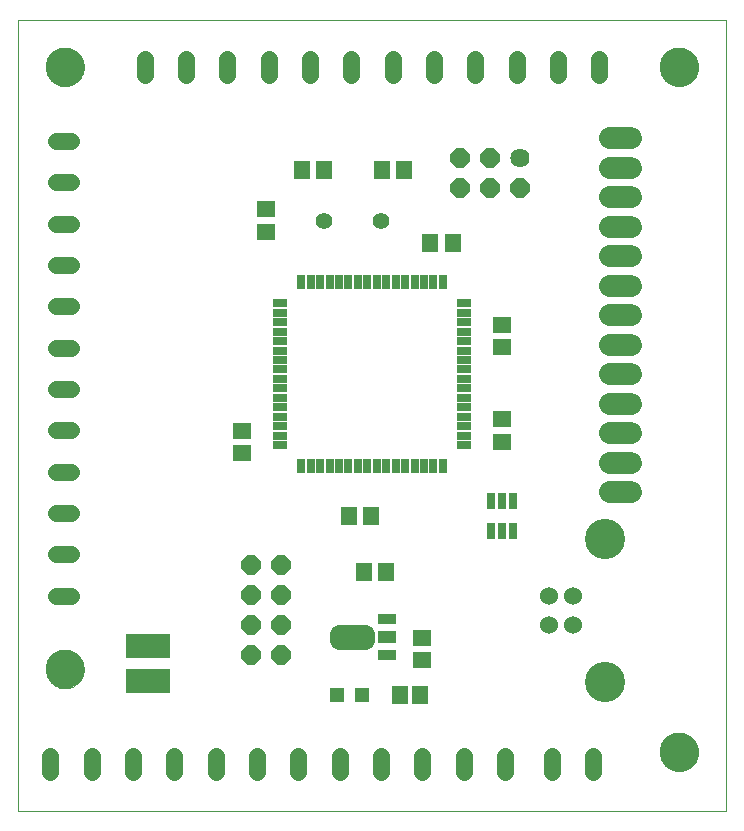
<source format=gts>
G75*
%MOIN*%
%OFA0B0*%
%FSLAX24Y24*%
%IPPOS*%
%LPD*%
%AMOC8*
5,1,8,0,0,1.08239X$1,22.5*
%
%ADD10C,0.0000*%
%ADD11R,0.0260X0.0510*%
%ADD12R,0.0510X0.0260*%
%ADD13R,0.0591X0.0355*%
%ADD14C,0.0630*%
%ADD15R,0.0630X0.0394*%
%ADD16R,0.0631X0.0552*%
%ADD17R,0.0552X0.0631*%
%ADD18C,0.0560*%
%ADD19R,0.1477X0.0847*%
%ADD20C,0.0555*%
%ADD21C,0.0740*%
%ADD22C,0.0640*%
%ADD23OC8,0.0640*%
%ADD24C,0.0600*%
%ADD25C,0.1340*%
%ADD26R,0.0260X0.0540*%
%ADD27R,0.0512X0.0512*%
%ADD28C,0.1300*%
D10*
X000389Y000891D02*
X000389Y027269D01*
X024011Y027269D01*
X024011Y000891D01*
X000389Y000891D01*
X001333Y005615D02*
X001335Y005665D01*
X001341Y005715D01*
X001351Y005764D01*
X001365Y005812D01*
X001382Y005859D01*
X001403Y005904D01*
X001428Y005948D01*
X001456Y005989D01*
X001488Y006028D01*
X001522Y006065D01*
X001559Y006099D01*
X001599Y006129D01*
X001641Y006156D01*
X001685Y006180D01*
X001731Y006201D01*
X001778Y006217D01*
X001826Y006230D01*
X001876Y006239D01*
X001925Y006244D01*
X001976Y006245D01*
X002026Y006242D01*
X002075Y006235D01*
X002124Y006224D01*
X002172Y006209D01*
X002218Y006191D01*
X002263Y006169D01*
X002306Y006143D01*
X002347Y006114D01*
X002386Y006082D01*
X002422Y006047D01*
X002454Y006009D01*
X002484Y005969D01*
X002511Y005926D01*
X002534Y005882D01*
X002553Y005836D01*
X002569Y005788D01*
X002581Y005739D01*
X002589Y005690D01*
X002593Y005640D01*
X002593Y005590D01*
X002589Y005540D01*
X002581Y005491D01*
X002569Y005442D01*
X002553Y005394D01*
X002534Y005348D01*
X002511Y005304D01*
X002484Y005261D01*
X002454Y005221D01*
X002422Y005183D01*
X002386Y005148D01*
X002347Y005116D01*
X002306Y005087D01*
X002263Y005061D01*
X002218Y005039D01*
X002172Y005021D01*
X002124Y005006D01*
X002075Y004995D01*
X002026Y004988D01*
X001976Y004985D01*
X001925Y004986D01*
X001876Y004991D01*
X001826Y005000D01*
X001778Y005013D01*
X001731Y005029D01*
X001685Y005050D01*
X001641Y005074D01*
X001599Y005101D01*
X001559Y005131D01*
X001522Y005165D01*
X001488Y005202D01*
X001456Y005241D01*
X001428Y005282D01*
X001403Y005326D01*
X001382Y005371D01*
X001365Y005418D01*
X001351Y005466D01*
X001341Y005515D01*
X001335Y005565D01*
X001333Y005615D01*
X001333Y025694D02*
X001335Y025744D01*
X001341Y025794D01*
X001351Y025843D01*
X001365Y025891D01*
X001382Y025938D01*
X001403Y025983D01*
X001428Y026027D01*
X001456Y026068D01*
X001488Y026107D01*
X001522Y026144D01*
X001559Y026178D01*
X001599Y026208D01*
X001641Y026235D01*
X001685Y026259D01*
X001731Y026280D01*
X001778Y026296D01*
X001826Y026309D01*
X001876Y026318D01*
X001925Y026323D01*
X001976Y026324D01*
X002026Y026321D01*
X002075Y026314D01*
X002124Y026303D01*
X002172Y026288D01*
X002218Y026270D01*
X002263Y026248D01*
X002306Y026222D01*
X002347Y026193D01*
X002386Y026161D01*
X002422Y026126D01*
X002454Y026088D01*
X002484Y026048D01*
X002511Y026005D01*
X002534Y025961D01*
X002553Y025915D01*
X002569Y025867D01*
X002581Y025818D01*
X002589Y025769D01*
X002593Y025719D01*
X002593Y025669D01*
X002589Y025619D01*
X002581Y025570D01*
X002569Y025521D01*
X002553Y025473D01*
X002534Y025427D01*
X002511Y025383D01*
X002484Y025340D01*
X002454Y025300D01*
X002422Y025262D01*
X002386Y025227D01*
X002347Y025195D01*
X002306Y025166D01*
X002263Y025140D01*
X002218Y025118D01*
X002172Y025100D01*
X002124Y025085D01*
X002075Y025074D01*
X002026Y025067D01*
X001976Y025064D01*
X001925Y025065D01*
X001876Y025070D01*
X001826Y025079D01*
X001778Y025092D01*
X001731Y025108D01*
X001685Y025129D01*
X001641Y025153D01*
X001599Y025180D01*
X001559Y025210D01*
X001522Y025244D01*
X001488Y025281D01*
X001456Y025320D01*
X001428Y025361D01*
X001403Y025405D01*
X001382Y025450D01*
X001365Y025497D01*
X001351Y025545D01*
X001341Y025594D01*
X001335Y025644D01*
X001333Y025694D01*
X021806Y025694D02*
X021808Y025744D01*
X021814Y025794D01*
X021824Y025843D01*
X021838Y025891D01*
X021855Y025938D01*
X021876Y025983D01*
X021901Y026027D01*
X021929Y026068D01*
X021961Y026107D01*
X021995Y026144D01*
X022032Y026178D01*
X022072Y026208D01*
X022114Y026235D01*
X022158Y026259D01*
X022204Y026280D01*
X022251Y026296D01*
X022299Y026309D01*
X022349Y026318D01*
X022398Y026323D01*
X022449Y026324D01*
X022499Y026321D01*
X022548Y026314D01*
X022597Y026303D01*
X022645Y026288D01*
X022691Y026270D01*
X022736Y026248D01*
X022779Y026222D01*
X022820Y026193D01*
X022859Y026161D01*
X022895Y026126D01*
X022927Y026088D01*
X022957Y026048D01*
X022984Y026005D01*
X023007Y025961D01*
X023026Y025915D01*
X023042Y025867D01*
X023054Y025818D01*
X023062Y025769D01*
X023066Y025719D01*
X023066Y025669D01*
X023062Y025619D01*
X023054Y025570D01*
X023042Y025521D01*
X023026Y025473D01*
X023007Y025427D01*
X022984Y025383D01*
X022957Y025340D01*
X022927Y025300D01*
X022895Y025262D01*
X022859Y025227D01*
X022820Y025195D01*
X022779Y025166D01*
X022736Y025140D01*
X022691Y025118D01*
X022645Y025100D01*
X022597Y025085D01*
X022548Y025074D01*
X022499Y025067D01*
X022449Y025064D01*
X022398Y025065D01*
X022349Y025070D01*
X022299Y025079D01*
X022251Y025092D01*
X022204Y025108D01*
X022158Y025129D01*
X022114Y025153D01*
X022072Y025180D01*
X022032Y025210D01*
X021995Y025244D01*
X021961Y025281D01*
X021929Y025320D01*
X021901Y025361D01*
X021876Y025405D01*
X021855Y025450D01*
X021838Y025497D01*
X021824Y025545D01*
X021814Y025594D01*
X021808Y025644D01*
X021806Y025694D01*
X021806Y002859D02*
X021808Y002909D01*
X021814Y002959D01*
X021824Y003008D01*
X021838Y003056D01*
X021855Y003103D01*
X021876Y003148D01*
X021901Y003192D01*
X021929Y003233D01*
X021961Y003272D01*
X021995Y003309D01*
X022032Y003343D01*
X022072Y003373D01*
X022114Y003400D01*
X022158Y003424D01*
X022204Y003445D01*
X022251Y003461D01*
X022299Y003474D01*
X022349Y003483D01*
X022398Y003488D01*
X022449Y003489D01*
X022499Y003486D01*
X022548Y003479D01*
X022597Y003468D01*
X022645Y003453D01*
X022691Y003435D01*
X022736Y003413D01*
X022779Y003387D01*
X022820Y003358D01*
X022859Y003326D01*
X022895Y003291D01*
X022927Y003253D01*
X022957Y003213D01*
X022984Y003170D01*
X023007Y003126D01*
X023026Y003080D01*
X023042Y003032D01*
X023054Y002983D01*
X023062Y002934D01*
X023066Y002884D01*
X023066Y002834D01*
X023062Y002784D01*
X023054Y002735D01*
X023042Y002686D01*
X023026Y002638D01*
X023007Y002592D01*
X022984Y002548D01*
X022957Y002505D01*
X022927Y002465D01*
X022895Y002427D01*
X022859Y002392D01*
X022820Y002360D01*
X022779Y002331D01*
X022736Y002305D01*
X022691Y002283D01*
X022645Y002265D01*
X022597Y002250D01*
X022548Y002239D01*
X022499Y002232D01*
X022449Y002229D01*
X022398Y002230D01*
X022349Y002235D01*
X022299Y002244D01*
X022251Y002257D01*
X022204Y002273D01*
X022158Y002294D01*
X022114Y002318D01*
X022072Y002345D01*
X022032Y002375D01*
X021995Y002409D01*
X021961Y002446D01*
X021929Y002485D01*
X021901Y002526D01*
X021876Y002570D01*
X021855Y002615D01*
X021838Y002662D01*
X021824Y002710D01*
X021814Y002759D01*
X021808Y002809D01*
X021806Y002859D01*
D11*
X014562Y012387D03*
X014247Y012387D03*
X013932Y012387D03*
X013617Y012387D03*
X013302Y012387D03*
X012987Y012387D03*
X012672Y012387D03*
X012357Y012387D03*
X012042Y012387D03*
X011727Y012387D03*
X011412Y012387D03*
X011097Y012387D03*
X010782Y012387D03*
X010467Y012387D03*
X010152Y012387D03*
X009837Y012387D03*
X009837Y018528D03*
X010152Y018528D03*
X010467Y018528D03*
X010782Y018528D03*
X011097Y018528D03*
X011412Y018528D03*
X011727Y018528D03*
X012042Y018528D03*
X012357Y018528D03*
X012672Y018528D03*
X012987Y018528D03*
X013302Y018528D03*
X013617Y018528D03*
X013932Y018528D03*
X014247Y018528D03*
X014562Y018528D03*
D12*
X015270Y017820D03*
X015270Y017505D03*
X015270Y017190D03*
X015270Y016875D03*
X015270Y016560D03*
X015270Y016245D03*
X015270Y015930D03*
X015270Y015615D03*
X015270Y015300D03*
X015270Y014985D03*
X015270Y014670D03*
X015270Y014355D03*
X015270Y014040D03*
X015270Y013725D03*
X015270Y013410D03*
X015270Y013095D03*
X009129Y013095D03*
X009129Y013410D03*
X009129Y013725D03*
X009129Y014040D03*
X009129Y014355D03*
X009129Y014670D03*
X009129Y014985D03*
X009129Y015300D03*
X009129Y015615D03*
X009129Y015930D03*
X009129Y016245D03*
X009129Y016560D03*
X009129Y016875D03*
X009129Y017190D03*
X009129Y017505D03*
X009129Y017820D03*
D13*
X012684Y007288D03*
X012684Y006107D03*
D14*
X011957Y006593D02*
X011957Y006803D01*
X011957Y006593D02*
X011111Y006593D01*
X011111Y006803D01*
X011957Y006803D01*
D15*
X012684Y006698D03*
D16*
X013873Y006678D03*
X013873Y005930D03*
X007869Y012820D03*
X007869Y013568D03*
X008656Y020202D03*
X008656Y020950D03*
X016530Y017111D03*
X016530Y016363D03*
X016530Y013961D03*
X016530Y013213D03*
D17*
X012672Y008863D03*
X011924Y008863D03*
X012180Y010733D03*
X011432Y010733D03*
X013144Y004778D03*
X013814Y004778D03*
X014139Y019837D03*
X014887Y019837D03*
X013263Y022249D03*
X012515Y022249D03*
X010605Y022249D03*
X009857Y022249D03*
D18*
X010610Y020576D03*
X012510Y020576D03*
D19*
X004719Y006402D03*
X004719Y005221D03*
D20*
X004227Y002723D02*
X004227Y002208D01*
X002849Y002208D02*
X002849Y002723D01*
X001471Y002723D02*
X001471Y002208D01*
X005605Y002208D02*
X005605Y002723D01*
X006983Y002723D02*
X006983Y002208D01*
X008361Y002208D02*
X008361Y002723D01*
X009739Y002723D02*
X009739Y002208D01*
X011117Y002208D02*
X011117Y002723D01*
X012495Y002723D02*
X012495Y002208D01*
X013873Y002208D02*
X013873Y002723D01*
X015251Y002723D02*
X015251Y002208D01*
X016629Y002208D02*
X016629Y002723D01*
X018204Y002723D02*
X018204Y002208D01*
X019581Y002208D02*
X019581Y002723D01*
X002172Y008076D02*
X001657Y008076D01*
X001657Y009454D02*
X002172Y009454D01*
X002172Y010831D02*
X001657Y010831D01*
X001657Y012209D02*
X002172Y012209D01*
X002172Y013587D02*
X001657Y013587D01*
X001657Y014965D02*
X002172Y014965D01*
X002172Y016343D02*
X001657Y016343D01*
X001657Y017721D02*
X002172Y017721D01*
X002172Y019099D02*
X001657Y019099D01*
X001657Y020477D02*
X002172Y020477D01*
X002172Y021855D02*
X001657Y021855D01*
X001657Y023233D02*
X002172Y023233D01*
X004621Y025436D02*
X004621Y025951D01*
X005999Y025951D02*
X005999Y025436D01*
X007377Y025436D02*
X007377Y025951D01*
X008755Y025951D02*
X008755Y025436D01*
X010133Y025436D02*
X010133Y025951D01*
X011511Y025951D02*
X011511Y025436D01*
X012889Y025436D02*
X012889Y025951D01*
X014267Y025951D02*
X014267Y025436D01*
X015644Y025436D02*
X015644Y025951D01*
X017022Y025951D02*
X017022Y025436D01*
X018400Y025436D02*
X018400Y025951D01*
X019778Y025951D02*
X019778Y025436D01*
D21*
X020117Y023331D02*
X020817Y023331D01*
X020817Y022347D02*
X020117Y022347D01*
X020117Y021363D02*
X020817Y021363D01*
X020817Y020379D02*
X020117Y020379D01*
X020117Y019394D02*
X020817Y019394D01*
X020817Y018410D02*
X020117Y018410D01*
X020117Y017426D02*
X020817Y017426D01*
X020817Y016442D02*
X020117Y016442D01*
X020117Y015457D02*
X020817Y015457D01*
X020817Y014473D02*
X020117Y014473D01*
X020117Y013489D02*
X020817Y013489D01*
X020817Y012505D02*
X020117Y012505D01*
X020117Y011520D02*
X020817Y011520D01*
D22*
X017137Y022650D03*
D23*
X017137Y021650D03*
X016137Y021650D03*
X015137Y021650D03*
X015137Y022650D03*
X016137Y022650D03*
X009156Y009083D03*
X009156Y008083D03*
X009156Y007083D03*
X009156Y006083D03*
X008156Y006083D03*
X008156Y007083D03*
X008156Y008083D03*
X008156Y009083D03*
D24*
X018113Y008076D03*
X018893Y008076D03*
X018893Y007091D03*
X018113Y007091D03*
D25*
X019963Y005213D03*
X019963Y009953D03*
D26*
X016900Y010223D03*
X016530Y010223D03*
X016160Y010223D03*
X016160Y011243D03*
X016530Y011243D03*
X016900Y011243D03*
D27*
X011875Y004778D03*
X011048Y004778D03*
D28*
X001963Y005615D03*
X001963Y025694D03*
X022436Y025694D03*
X022436Y002859D03*
M02*

</source>
